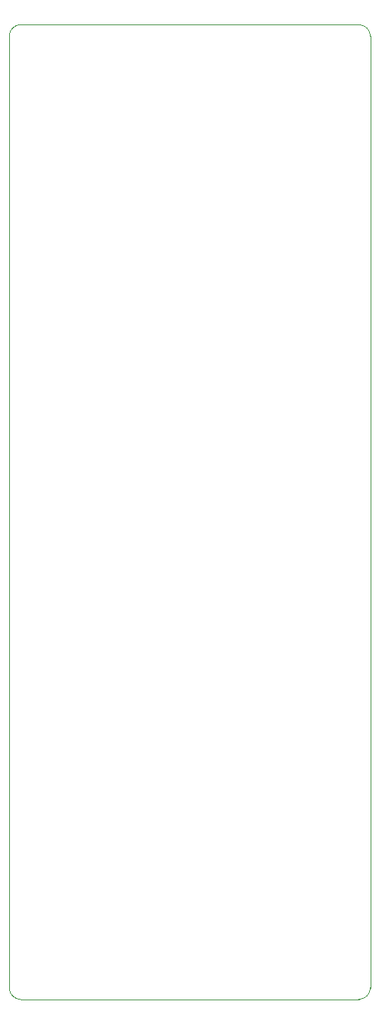
<source format=gbr>
G04 #@! TF.GenerationSoftware,KiCad,Pcbnew,(5.1.2)-2*
G04 #@! TF.CreationDate,2020-04-17T15:22:12-07:00*
G04 #@! TF.ProjectId,jackboard,6a61636b-626f-4617-9264-2e6b69636164,v2*
G04 #@! TF.SameCoordinates,Original*
G04 #@! TF.FileFunction,Profile,NP*
%FSLAX46Y46*%
G04 Gerber Fmt 4.6, Leading zero omitted, Abs format (unit mm)*
G04 Created by KiCad (PCBNEW (5.1.2)-2) date 2020-04-17 15:22:12*
%MOMM*%
%LPD*%
G04 APERTURE LIST*
%ADD10C,0.050000*%
G04 APERTURE END LIST*
D10*
X118271000Y-157999261D02*
G75*
G02X117000000Y-156730000I0J1271001D01*
G01*
X157000000Y-156729261D02*
G75*
G02X155730000Y-157999261I-1270000J0D01*
G01*
X155730000Y-50000000D02*
G75*
G02X157000000Y-51270000I0J-1270000D01*
G01*
X117000000Y-51270000D02*
G75*
G02X118270000Y-50000000I1270000J0D01*
G01*
X118270000Y-50000000D02*
X155730000Y-50000000D01*
X117000000Y-51270000D02*
X117000000Y-156730000D01*
X157000000Y-51270000D02*
X157000000Y-156729261D01*
X118271000Y-157999261D02*
X155730000Y-157999261D01*
M02*

</source>
